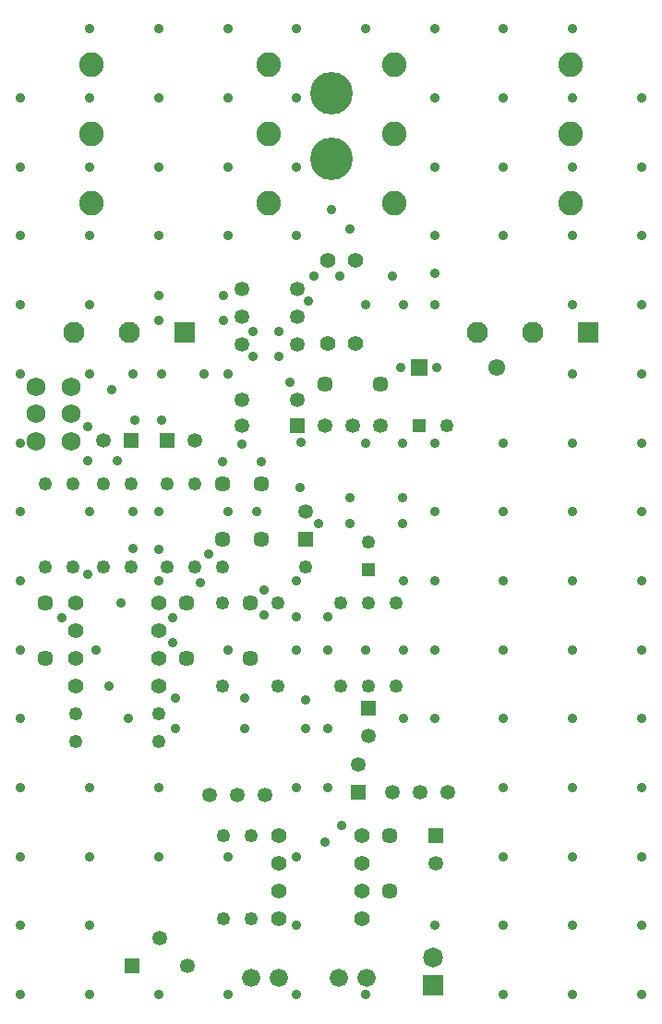
<source format=gbs>
G04*
G04 #@! TF.GenerationSoftware,Altium Limited,Altium Designer,19.0.12 (326)*
G04*
G04 Layer_Color=16711935*
%FSLAX25Y25*%
%MOIN*%
G70*
G01*
G75*
%ADD17C,0.05315*%
%ADD18R,0.05315X0.05315*%
%ADD19R,0.05315X0.05315*%
%ADD20C,0.04922*%
%ADD21C,0.05709*%
%ADD22C,0.05591*%
%ADD23C,0.06890*%
%ADD24C,0.06103*%
%ADD25R,0.06103X0.06103*%
%ADD26R,0.07678X0.07678*%
%ADD27C,0.07678*%
%ADD28C,0.15355*%
%ADD29C,0.07191*%
%ADD30R,0.07191X0.07191*%
%ADD31C,0.06591*%
%ADD32C,0.08859*%
%ADD33C,0.05316*%
%ADD34R,0.04922X0.04922*%
%ADD35R,0.04922X0.04922*%
%ADD36C,0.03591*%
D17*
X154000Y52000D02*
D03*
X126000Y87620D02*
D03*
X64500Y14762D02*
D03*
X54500Y24762D02*
D03*
X107000Y179000D02*
D03*
X67000Y204500D02*
D03*
X34000D02*
D03*
X114000Y210000D02*
D03*
X124000D02*
D03*
X134000D02*
D03*
X92500Y76500D02*
D03*
X82500D02*
D03*
X72500D02*
D03*
X84000Y210000D02*
D03*
X138500Y77500D02*
D03*
X148500D02*
D03*
X158500D02*
D03*
X129732Y98000D02*
D03*
D18*
X154000Y62000D02*
D03*
X126000Y77620D02*
D03*
X107000Y169000D02*
D03*
X129732Y108000D02*
D03*
D19*
X44500Y14762D02*
D03*
X57000Y204500D02*
D03*
X44000D02*
D03*
X104000Y210000D02*
D03*
D20*
X77000Y159000D02*
D03*
X107000D02*
D03*
X97000Y116000D02*
D03*
Y146000D02*
D03*
X77000D02*
D03*
Y116000D02*
D03*
X24000Y106000D02*
D03*
X54000D02*
D03*
X24000Y96000D02*
D03*
X54000D02*
D03*
X66982Y189000D02*
D03*
Y159000D02*
D03*
X57000Y189000D02*
D03*
Y159000D02*
D03*
X44000Y189000D02*
D03*
Y159000D02*
D03*
X34000Y189000D02*
D03*
Y159000D02*
D03*
X23000D02*
D03*
Y189000D02*
D03*
X13000D02*
D03*
Y159000D02*
D03*
X119712Y116000D02*
D03*
Y146000D02*
D03*
X129712Y116000D02*
D03*
Y146000D02*
D03*
X77500Y62000D02*
D03*
Y32000D02*
D03*
X87500D02*
D03*
Y62000D02*
D03*
X158000Y210000D02*
D03*
X129712Y168000D02*
D03*
X139712Y116050D02*
D03*
Y146050D02*
D03*
D21*
X87000Y126000D02*
D03*
Y146000D02*
D03*
X64000Y126000D02*
D03*
Y146000D02*
D03*
X13000Y126000D02*
D03*
Y146000D02*
D03*
X91000Y169000D02*
D03*
Y189000D02*
D03*
X77000D02*
D03*
Y169000D02*
D03*
X114000Y225000D02*
D03*
X134000D02*
D03*
X137500Y42000D02*
D03*
Y62000D02*
D03*
D22*
X54000Y116000D02*
D03*
Y126000D02*
D03*
Y146000D02*
D03*
Y136000D02*
D03*
X24000Y116000D02*
D03*
Y126000D02*
D03*
Y136000D02*
D03*
Y146000D02*
D03*
X115000Y269500D02*
D03*
X125000D02*
D03*
Y239500D02*
D03*
X115000D02*
D03*
X127500Y32000D02*
D03*
Y42000D02*
D03*
Y62000D02*
D03*
Y52000D02*
D03*
X97500Y32000D02*
D03*
Y42000D02*
D03*
Y52000D02*
D03*
Y62000D02*
D03*
D23*
X22410Y214216D02*
D03*
Y224059D02*
D03*
Y204374D02*
D03*
X9811D02*
D03*
Y224059D02*
D03*
Y214216D02*
D03*
D24*
X176000Y231000D02*
D03*
D25*
X148000D02*
D03*
D26*
X209000Y243500D02*
D03*
X63500D02*
D03*
D27*
X189000D02*
D03*
X169000D02*
D03*
X43500D02*
D03*
X23500D02*
D03*
D28*
X116250Y329900D02*
D03*
Y306278D02*
D03*
D29*
X153000Y18000D02*
D03*
D30*
Y8000D02*
D03*
D31*
X119000Y10500D02*
D03*
X129000D02*
D03*
X87500D02*
D03*
X97500D02*
D03*
D32*
X138911Y315100D02*
D03*
X202809D02*
D03*
X138911Y340100D02*
D03*
X202809D02*
D03*
X138911Y290100D02*
D03*
X202809D02*
D03*
X29692Y315100D02*
D03*
X93590D02*
D03*
X29692Y340100D02*
D03*
X93590D02*
D03*
X29692Y290100D02*
D03*
X93590D02*
D03*
D33*
X84000Y219366D02*
D03*
Y239366D02*
D03*
Y249366D02*
D03*
Y259366D02*
D03*
X104000D02*
D03*
Y249366D02*
D03*
Y239366D02*
D03*
Y219366D02*
D03*
D34*
X148000Y210000D02*
D03*
D35*
X129712Y158000D02*
D03*
D36*
X55000Y228600D02*
D03*
X54000Y178800D02*
D03*
Y165306D02*
D03*
X105000Y187407D02*
D03*
X142000Y174500D02*
D03*
X123000D02*
D03*
X111604D02*
D03*
X31410Y129000D02*
D03*
X59000Y131500D02*
D03*
Y140500D02*
D03*
X69000Y153069D02*
D03*
X92100Y150493D02*
D03*
Y141500D02*
D03*
X89306Y178800D02*
D03*
X72000Y163500D02*
D03*
X44634Y165500D02*
D03*
Y178800D02*
D03*
X119500Y264000D02*
D03*
X110000D02*
D03*
X116500Y288000D02*
D03*
X122919Y281000D02*
D03*
X138500Y264000D02*
D03*
X153600Y265000D02*
D03*
X77400Y248059D02*
D03*
X54009Y247881D02*
D03*
X77400Y257000D02*
D03*
X54009D02*
D03*
X88066Y235000D02*
D03*
Y244000D02*
D03*
X108028Y255000D02*
D03*
X114000Y59646D02*
D03*
X120000Y65500D02*
D03*
X115167Y79262D02*
D03*
Y100500D02*
D03*
X115000Y128883D02*
D03*
X103811Y141000D02*
D03*
X115000D02*
D03*
X107000Y100500D02*
D03*
X107162Y111000D02*
D03*
X84910Y111500D02*
D03*
Y100500D02*
D03*
X59889Y111500D02*
D03*
Y100500D02*
D03*
X43174Y104100D02*
D03*
X19000Y140500D02*
D03*
X28404Y156263D02*
D03*
X40500Y145784D02*
D03*
X36000Y116050D02*
D03*
X77000Y197000D02*
D03*
X28404Y209600D02*
D03*
Y197371D02*
D03*
X39000D02*
D03*
X55000Y212000D02*
D03*
X45500D02*
D03*
X37189Y223000D02*
D03*
X44634Y228600D02*
D03*
X70500D02*
D03*
X97500Y244000D02*
D03*
Y235000D02*
D03*
X101500Y225400D02*
D03*
X84000Y203271D02*
D03*
X91102Y197000D02*
D03*
X105500Y203799D02*
D03*
X123000Y184000D02*
D03*
X203400Y54300D02*
D03*
X103800Y4500D02*
D03*
X153600Y203700D02*
D03*
X103800Y79200D02*
D03*
X29100D02*
D03*
X78900Y328200D02*
D03*
X4200Y79200D02*
D03*
X228300Y129000D02*
D03*
X178500Y178800D02*
D03*
X4200Y253500D02*
D03*
X228300Y203700D02*
D03*
X4200Y328200D02*
D03*
X78900Y129000D02*
D03*
X203400Y153900D02*
D03*
X4200Y29400D02*
D03*
X103800Y54300D02*
D03*
X203400Y353100D02*
D03*
X153600Y153900D02*
D03*
X4200Y303300D02*
D03*
Y129000D02*
D03*
X178500Y303300D02*
D03*
X29100Y253500D02*
D03*
X54000Y153900D02*
D03*
X4200Y278400D02*
D03*
X228300D02*
D03*
X78900Y303300D02*
D03*
X54000Y278400D02*
D03*
X29100Y303300D02*
D03*
Y228600D02*
D03*
X128700Y203700D02*
D03*
X153600Y178800D02*
D03*
X29100Y328200D02*
D03*
X203400Y203700D02*
D03*
X228300Y79200D02*
D03*
Y328200D02*
D03*
X4200Y153900D02*
D03*
X228300Y178800D02*
D03*
X54000Y303300D02*
D03*
X153600D02*
D03*
X78900Y353100D02*
D03*
X153600Y253500D02*
D03*
X203400Y104100D02*
D03*
X178500Y353100D02*
D03*
X29100Y278400D02*
D03*
X178500Y54300D02*
D03*
Y79200D02*
D03*
X203400Y129000D02*
D03*
X78900Y54300D02*
D03*
X4200Y203700D02*
D03*
X29100Y353100D02*
D03*
X203400Y228600D02*
D03*
Y178800D02*
D03*
X228300Y54300D02*
D03*
X54000Y353100D02*
D03*
X4200Y104100D02*
D03*
X29100Y29400D02*
D03*
X78900Y4500D02*
D03*
X203400Y303300D02*
D03*
X178500Y129000D02*
D03*
Y153900D02*
D03*
X103800Y129000D02*
D03*
X153600Y328200D02*
D03*
X103800Y153900D02*
D03*
X153600Y104100D02*
D03*
X178500Y203700D02*
D03*
Y104100D02*
D03*
Y278400D02*
D03*
X228300Y4500D02*
D03*
X203400Y253500D02*
D03*
X178500Y29400D02*
D03*
X128700Y353100D02*
D03*
X4200Y4500D02*
D03*
X103800Y353100D02*
D03*
X4200Y178800D02*
D03*
Y54300D02*
D03*
X203400Y29400D02*
D03*
X178500Y4500D02*
D03*
X103800Y278400D02*
D03*
X54000Y4500D02*
D03*
X153600Y278400D02*
D03*
X128700Y4500D02*
D03*
X228300Y303300D02*
D03*
X78900Y228600D02*
D03*
Y278400D02*
D03*
X128700Y129000D02*
D03*
Y253500D02*
D03*
X153600Y353100D02*
D03*
X29100Y54300D02*
D03*
X103800Y29400D02*
D03*
X178500Y328200D02*
D03*
X203400Y278400D02*
D03*
X228300Y29400D02*
D03*
X203400Y328200D02*
D03*
X4200Y228600D02*
D03*
X203400Y4500D02*
D03*
X153600Y29400D02*
D03*
X54000Y328200D02*
D03*
X228300Y228600D02*
D03*
X54000Y54300D02*
D03*
X29100Y4500D02*
D03*
X103800Y328200D02*
D03*
X153600Y129000D02*
D03*
X78900Y178800D02*
D03*
X228300Y104100D02*
D03*
X29100Y178800D02*
D03*
X103800Y303300D02*
D03*
X228300Y153900D02*
D03*
X54000Y79200D02*
D03*
X228300Y253500D02*
D03*
X203400Y79200D02*
D03*
X142500Y253500D02*
D03*
X141399Y231000D02*
D03*
X154500D02*
D03*
X142000Y203700D02*
D03*
Y184000D02*
D03*
X142500Y153900D02*
D03*
Y128883D02*
D03*
Y104100D02*
D03*
M02*

</source>
